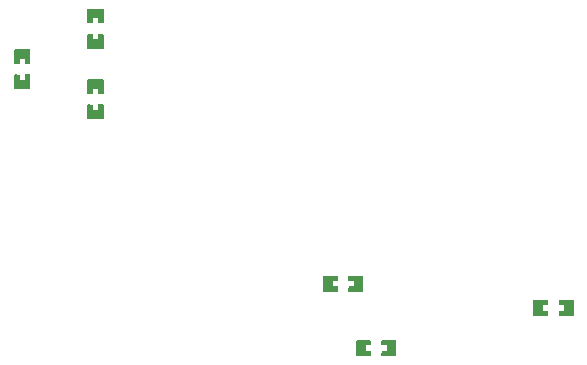
<source format=gbp>
G04 Layer: BottomPasteMaskLayer*
G04 EasyEDA v6.5.34, 2023-10-03 11:16:35*
G04 bb2cee3522a8477492119d973bc89143,2402692d15bd446891542ced5281a4ad,10*
G04 Gerber Generator version 0.2*
G04 Scale: 100 percent, Rotated: No, Reflected: No *
G04 Dimensions in millimeters *
G04 leading zeros omitted , absolute positions ,4 integer and 5 decimal *
%FSLAX45Y45*%
%MOMM*%

%ADD10C,0.0001*%

%LPD*%
G36*
X3669487Y-2458313D02*
G01*
X3664508Y-2463292D01*
X3664000Y-2504287D01*
X3709009Y-2504287D01*
X3709009Y-2549296D01*
X3665016Y-2549296D01*
X3664508Y-2591308D01*
X3669487Y-2596286D01*
X3784498Y-2596286D01*
X3789527Y-2591308D01*
X3789527Y-2463292D01*
X3784498Y-2458313D01*
G37*
G36*
X3454501Y-2458313D02*
G01*
X3449523Y-2463292D01*
X3449523Y-2591308D01*
X3454501Y-2596286D01*
X3569512Y-2596286D01*
X3574491Y-2591308D01*
X3574491Y-2549296D01*
X3529990Y-2549296D01*
X3529990Y-2504287D01*
X3573983Y-2504287D01*
X3574491Y-2463292D01*
X3569512Y-2458313D01*
G37*
G36*
X3948887Y-3004413D02*
G01*
X3943908Y-3009392D01*
X3943400Y-3050387D01*
X3988409Y-3050387D01*
X3988409Y-3095396D01*
X3944416Y-3095396D01*
X3943908Y-3137408D01*
X3948887Y-3142386D01*
X4063898Y-3142386D01*
X4068927Y-3137408D01*
X4068927Y-3009392D01*
X4063898Y-3004413D01*
G37*
G36*
X3733901Y-3004413D02*
G01*
X3728923Y-3009392D01*
X3728923Y-3137408D01*
X3733901Y-3142386D01*
X3848912Y-3142386D01*
X3853891Y-3137408D01*
X3853891Y-3095396D01*
X3809390Y-3095396D01*
X3809390Y-3050387D01*
X3853383Y-3050387D01*
X3853891Y-3009392D01*
X3848912Y-3004413D01*
G37*
G36*
X5234990Y-2663494D02*
G01*
X5230012Y-2668524D01*
X5230012Y-2796489D01*
X5234990Y-2801518D01*
X5350002Y-2801518D01*
X5354980Y-2796489D01*
X5355488Y-2755493D01*
X5310479Y-2755493D01*
X5310479Y-2710484D01*
X5354523Y-2710484D01*
X5354980Y-2668524D01*
X5350002Y-2663494D01*
G37*
G36*
X5449976Y-2663494D02*
G01*
X5444998Y-2668524D01*
X5444998Y-2710484D01*
X5489498Y-2710484D01*
X5489498Y-2755493D01*
X5445506Y-2755493D01*
X5444998Y-2796489D01*
X5449976Y-2801518D01*
X5564987Y-2801518D01*
X5570016Y-2796489D01*
X5570016Y-2668524D01*
X5564987Y-2663494D01*
G37*
G36*
X924712Y-755700D02*
G01*
X924712Y-800709D01*
X879703Y-800709D01*
X879703Y-756716D01*
X837692Y-756208D01*
X832713Y-761187D01*
X832713Y-876198D01*
X837692Y-881227D01*
X965708Y-881227D01*
X970686Y-876198D01*
X970686Y-761187D01*
X965708Y-756208D01*
G37*
G36*
X837692Y-541223D02*
G01*
X832713Y-546201D01*
X832713Y-661212D01*
X837692Y-666191D01*
X879703Y-666191D01*
X879703Y-621690D01*
X924712Y-621690D01*
X924712Y-665683D01*
X965708Y-666191D01*
X970686Y-661212D01*
X970686Y-546201D01*
X965708Y-541223D01*
G37*
G36*
X1459992Y-795172D02*
G01*
X1455013Y-800201D01*
X1455013Y-915212D01*
X1459992Y-920191D01*
X1500987Y-920699D01*
X1500987Y-875690D01*
X1545996Y-875690D01*
X1545996Y-919683D01*
X1588008Y-920191D01*
X1592986Y-915212D01*
X1592986Y-800201D01*
X1588008Y-795172D01*
G37*
G36*
X1459992Y-1010208D02*
G01*
X1455013Y-1015187D01*
X1455013Y-1130198D01*
X1459992Y-1135176D01*
X1588008Y-1135176D01*
X1592986Y-1130198D01*
X1592986Y-1015187D01*
X1588008Y-1010208D01*
X1545996Y-1010208D01*
X1545996Y-1054709D01*
X1500987Y-1054709D01*
X1500987Y-1010716D01*
G37*
G36*
X1547012Y-412800D02*
G01*
X1547012Y-457809D01*
X1502003Y-457809D01*
X1502003Y-413816D01*
X1459992Y-413308D01*
X1455013Y-418287D01*
X1455013Y-533298D01*
X1459992Y-538327D01*
X1588008Y-538327D01*
X1592986Y-533298D01*
X1592986Y-418287D01*
X1588008Y-413308D01*
G37*
G36*
X1459992Y-198323D02*
G01*
X1455013Y-203301D01*
X1455013Y-318312D01*
X1459992Y-323291D01*
X1502003Y-323291D01*
X1502003Y-278790D01*
X1547012Y-278790D01*
X1547012Y-322783D01*
X1588008Y-323291D01*
X1592986Y-318312D01*
X1592986Y-203301D01*
X1588008Y-198323D01*
G37*
M02*

</source>
